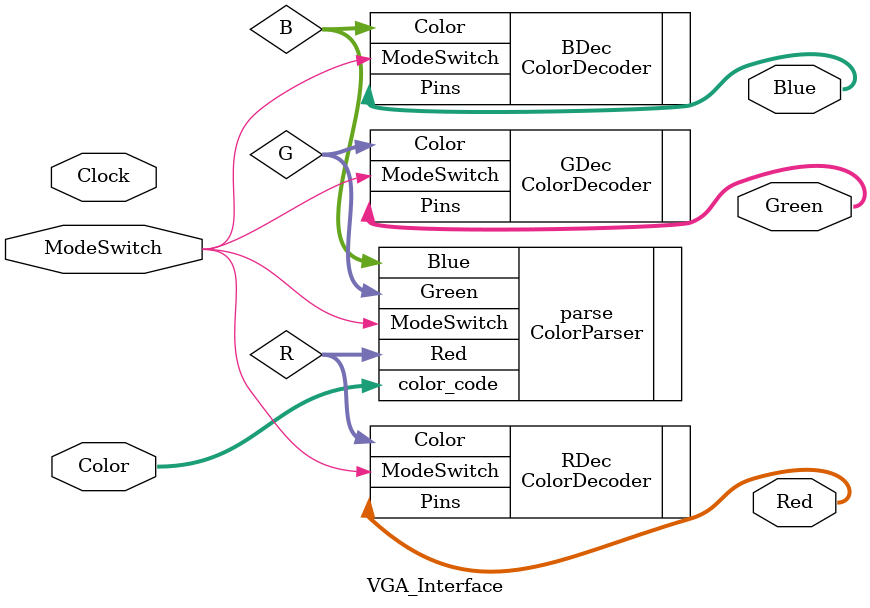
<source format=sv>
module VGA_Interface(
  input logic [0:0] Clock, ModeSwitch,
  input logic [11:0] Color,
  output logic [3:0] Red, Green, Blue
);


  reg [3:0] R, G, B;

    ColorParser parse(
      .color_code(Color),
      .ModeSwitch(ModeSwitch),
      .Red(R),
      .Green(G),
      .Blue(B)
    );

    ColorDecoder RDec(
      .Color(R),
      .ModeSwitch(ModeSwitch),
      .Pins(Red)
    );

    ColorDecoder GDec(
      .Color(G),
      .ModeSwitch(ModeSwitch),
      .Pins(Green)
    );

    ColorDecoder BDec(
      .Color(B),
      .ModeSwitch(ModeSwitch),
      .Pins(Blue)
    );

endmodule

</source>
